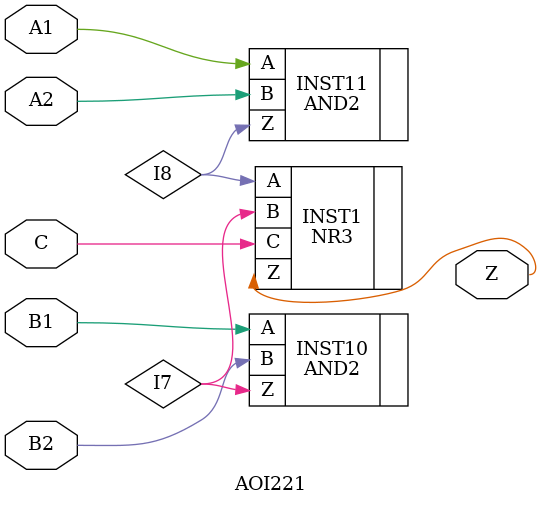
<source format=v>
`timescale 1 ns / 100 ps

/* Created by DB2VERILOG Version 1.2.0.2 on Fri Aug  5 11:13:02 1994 */
/* module compiled from "lsl2db 4.0.3" run */

module AOI221 (A1, A2, B1, B2, C, Z);
input  A1, A2, B1, B2, C;
output Z;
NR3 INST1 (.A(I8), .B(I7), .C(C), .Z(Z));
AND2 INST10 (.A(B1), .B(B2), .Z(I7));
AND2 INST11 (.A(A1), .B(A2), .Z(I8));

endmodule


</source>
